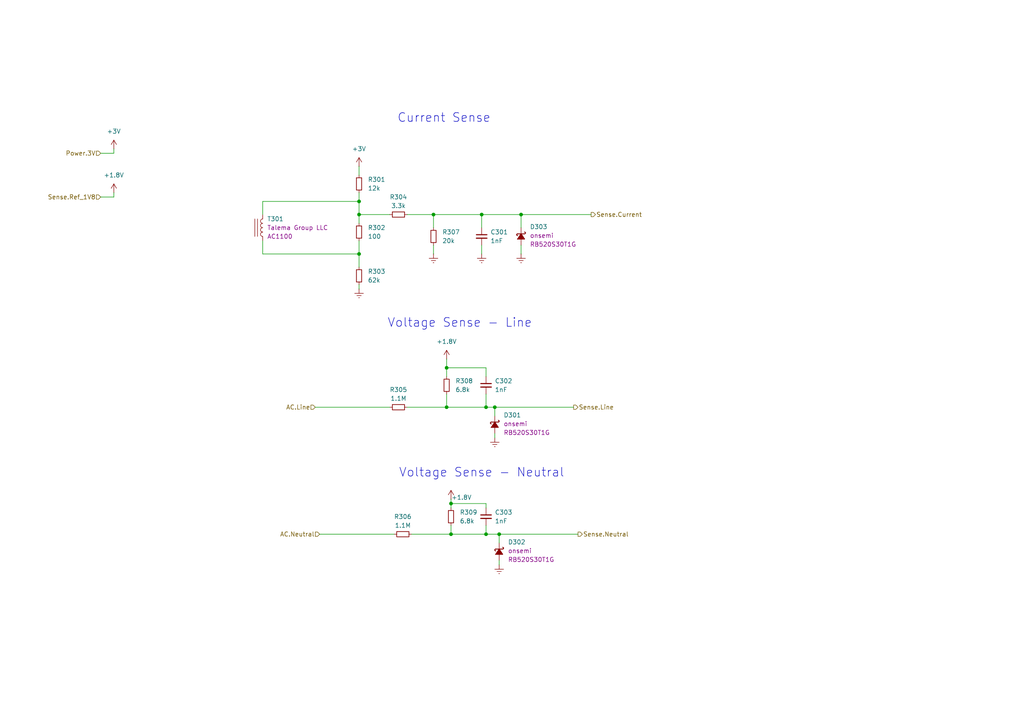
<source format=kicad_sch>
(kicad_sch (version 20231120) (generator "eeschema") (generator_version "8.0")
  (paper "A4")
  (title_block (title "Energy Meter") (date "2024-12-06") (rev "0"))
  (lib_symbols
    (symbol "The_Parts_Library:C0603_1nF_50V_C0G" (pin_numbers hide) (pin_names (offset 0) hide)
      (property "Reference" "C" (at 2.54 2.54 0))
      (property "Value" "1nF" (at 2.54 0 0))
      (symbol "C0603_1nF_50V_C0G_0_1"
        (polyline (pts (xy -1.524 -0.508) (xy 1.524 -0.508)) (stroke (width 0.3302)))
        (polyline (pts (xy -1.524 0.508) (xy 1.524 0.508)) (stroke (width 0.3048)))
      )
      (symbol "C0603_1nF_50V_C0G_1_1"
        (pin passive line (at 0 2.54 270) (length 2.032) (name "~") (number "1"))
        (pin passive line (at 0 -2.54 90) (length 2.032) (name "~") (number "2"))
      )
    )
    (symbol "The_Parts_Library:CT_AC1100" (pin_numbers hide) (pin_names (offset 0) hide)
      (property "Reference" "T" (at 5.08 2.54 0))
      (property "Manufacturer" "Talema Group LLC" (at 5.08 -2.54 0))
      (property "Manufacturer Part Number" "AC1100" (at 5.08 0 0))
      (symbol "CT_AC1100_0_1"
        (arc (start 0 -2.54) (mid 0.6323 -1.905) (end 0 -1.27))
        (arc (start 0 -1.27) (mid 0.6323 -0.635) (end 0 0))
        (polyline (pts (xy 1.524 2.54) (xy 1.524 -2.54)))
        (polyline (pts (xy 2.286 2.54) (xy 2.286 -2.54)))
        (arc (start 0 0) (mid 0.6323 0.635) (end 0 1.27))
        (arc (start 0 1.27) (mid 0.6323 1.905) (end 0 2.54))
      )
      (symbol "CT_AC1100_1_1"
        (pin passive line (at 0 3.81 270) (length 1.27) (name "1") (number "1"))
        (pin passive line (at 0 -3.81 90) (length 1.27) (name "2") (number "2"))
      )
    )
    (symbol "The_Parts_Library:D_RB520S30T1G" (pin_numbers hide) (pin_names (offset 0) hide)
      (property "Reference" "D" (at 2.54 2.54 0))
      (property "Manufacturer" "onsemi" (at 2.54 -2.54 0))
      (property "Manufacturer Part Number" "RB520S30T1G" (at 2.54 0 0))
      (symbol "D_RB520S30T1G_0_1"
        (polyline (pts (xy 1.016 -0.762) (xy -1.016 -0.762)) (stroke (width 0.254)))
        (polyline (pts (xy 1.016 0.762) (xy 0 -0.762) (xy -1.016 0.762) (xy 1.016 0.762)) (stroke (width 0.254)) (fill (type outline)))
      )
      (symbol "D_RB520S30T1G_1_1"
        (arc (start -1.27 -1.016) (mid -1.1956 -1.1956) (end -1.016 -1.27) (stroke (width 0.254)))
        (arc (start -1.016 -0.762) (mid -1.1956 -0.8364) (end -1.27 -1.016) (stroke (width 0.254)))
        (arc (start 1.016 -0.762) (mid 1.1956 -0.6876) (end 1.27 -0.508) (stroke (width 0.254)))
        (arc (start 1.27 -0.508) (mid 1.1956 -0.3284) (end 1.016 -0.254) (stroke (width 0.254)))
        (pin passive line (at 0 -2.54 90) (length 1.778) (name "K") (number "1"))
        (pin passive line (at 0 2.54 270) (length 1.778) (name "A") (number "2"))
      )
    )
    (symbol "The_Parts_Library:R0603_12k" (pin_numbers hide) (pin_names (offset 0.254) hide)
      (property "Reference" "R" (at 1.27 2.54 0))
      (property "Value" "12k" (at 1.27 0 0))
      (symbol "R0603_12k_0_1"
        (rectangle (start -0.762 1.778) (end 0.762 -1.778) (stroke (width 0.2032)))
      )
      (symbol "R0603_12k_1_1"
        (pin passive line (at 0 2.54 270) (length 0.762) (name "~") (number "1"))
        (pin passive line (at 0 -2.54 90) (length 0.762) (name "~") (number "2"))
      )
    )
    (symbol "The_Parts_Library:R0603_20k" (pin_numbers hide) (pin_names (offset 0.254) hide)
      (property "Reference" "R" (at 1.27 2.54 0))
      (property "Value" "20k" (at 1.27 0 0))
      (symbol "R0603_20k_0_1"
        (rectangle (start -0.762 1.778) (end 0.762 -1.778) (stroke (width 0.2032)))
      )
      (symbol "R0603_20k_1_1"
        (pin passive line (at 0 2.54 270) (length 0.762) (name "~") (number "1"))
        (pin passive line (at 0 -2.54 90) (length 0.762) (name "~") (number "2"))
      )
    )
    (symbol "The_Parts_Library:R0603_3.3k" (pin_numbers hide) (pin_names (offset 0.254) hide)
      (property "Reference" "R" (at 1.27 2.54 0))
      (property "Value" "3.3k" (at 1.27 0 0))
      (symbol "R0603_3.3k_0_1"
        (rectangle (start -0.762 1.778) (end 0.762 -1.778) (stroke (width 0.2032)))
      )
      (symbol "R0603_3.3k_1_1"
        (pin passive line (at 0 2.54 270) (length 0.762) (name "~") (number "1"))
        (pin passive line (at 0 -2.54 90) (length 0.762) (name "~") (number "2"))
      )
    )
    (symbol "The_Parts_Library:R0603_6.8k" (pin_numbers hide) (pin_names (offset 0.254) hide)
      (property "Reference" "R" (at 1.27 2.54 0))
      (property "Value" "6.8k" (at 1.27 0 0))
      (symbol "R0603_6.8k_0_1"
        (rectangle (start -0.762 1.778) (end 0.762 -1.778) (stroke (width 0.2032)))
      )
      (symbol "R0603_6.8k_1_1"
        (pin passive line (at 0 2.54 270) (length 0.762) (name "~") (number "1"))
        (pin passive line (at 0 -2.54 90) (length 0.762) (name "~") (number "2"))
      )
    )
    (symbol "The_Parts_Library:R0603_62k" (pin_numbers hide) (pin_names (offset 0.254) hide)
      (property "Reference" "R" (at 1.27 2.54 0))
      (property "Value" "62k" (at 1.27 0 0))
      (symbol "R0603_62k_0_1"
        (rectangle (start -0.762 1.778) (end 0.762 -1.778) (stroke (width 0.2032)))
      )
      (symbol "R0603_62k_1_1"
        (pin passive line (at 0 2.54 270) (length 0.762) (name "~") (number "1"))
        (pin passive line (at 0 -2.54 90) (length 0.762) (name "~") (number "2"))
      )
    )
    (symbol "The_Parts_Library:R1210_100R" (pin_numbers hide) (pin_names (offset 0.254) hide)
      (property "Reference" "R" (at 1.27 2.54 0))
      (property "Value" "100" (at 1.27 0 0))
      (symbol "R1210_100R_0_1"
        (rectangle (start -0.762 1.778) (end 0.762 -1.778) (stroke (width 0.2032)))
      )
      (symbol "R1210_100R_1_1"
        (pin passive line (at 0 2.54 270) (length 0.762) (name "~") (number "1"))
        (pin passive line (at 0 -2.54 90) (length 0.762) (name "~") (number "2"))
      )
    )
    (symbol "The_Parts_Library:R_THD_1.1M" (pin_numbers hide) (pin_names (offset 0.254) hide)
      (property "Reference" "R" (at 1.27 2.54 0))
      (property "Value" "1.1M" (at 1.27 0 0))
      (symbol "R_THD_1.1M_0_1"
        (rectangle (start -0.762 1.778) (end 0.762 -1.778) (stroke (width 0.2032)))
      )
      (symbol "R_THD_1.1M_1_1"
        (pin passive line (at 0 2.54 270) (length 0.762) (name "~") (number "1"))
        (pin passive line (at 0 -2.54 90) (length 0.762) (name "~") (number "2"))
      )
    )
    (symbol "The_Parts_Library:V_+1.8V" (power) (pin_numbers hide) (pin_names hide) (exclude_from_sim yes) (in_bom no) (on_board no)
      (property "Value" "V_+1.8V" (at 0 0 0))
      (symbol "V_+1.8V_0_1"
        (polyline (pts (xy -3.302 1.27) (xy -2.54 2.54)))
        (polyline (pts (xy -2.54 0) (xy -2.54 2.54)))
        (polyline (pts (xy -2.54 2.54) (xy -1.778 1.27)))
      )
      (symbol "V_+1.8V_1_1"
        (pin power_in line (at -2.54 0 90) (length 0) (name "~") (number "1"))
      )
    )
    (symbol "The_Parts_Library:V_+3V" (power) (pin_numbers hide) (pin_names hide) (exclude_from_sim yes) (in_bom no) (on_board no)
      (property "Value" "+3V" (at 0 0 0))
      (symbol "V_+3V_0_1"
        (polyline (pts (xy -3.302 1.27) (xy -2.54 2.54)))
        (polyline (pts (xy -2.54 0) (xy -2.54 2.54)))
        (polyline (pts (xy -2.54 2.54) (xy -1.778 1.27)))
      )
      (symbol "V_+3V_1_1"
        (pin power_in line (at -2.54 0 90) (length 0) (name "~") (number "1"))
      )
    )
    (symbol "The_Parts_Library:V_GND" (power) (pin_numbers hide) (pin_names hide) (exclude_from_sim yes) (in_bom no) (on_board no)
      (symbol "V_GND_0_1"
        (polyline (pts (xy -0.635 -1.905) (xy 0.635 -1.905)))
        (polyline (pts (xy -0.127 -2.54) (xy 0.127 -2.54)))
        (polyline (pts (xy 0 -1.27) (xy 0 0)))
        (polyline (pts (xy 1.27 -1.27) (xy -1.27 -1.27)))
      )
      (symbol "V_GND_1_1"
        (pin power_in line (at 0 0 270) (length 0) (name "~") (number "1"))
      )
    )
  )
  (junction (at 143.51 118.11))
  (junction (at 104.14 62.23))
  (junction (at 129.54 106.68))
  (junction (at 151.13 62.23))
  (junction (at 140.97 154.94))
  (junction (at 139.7 62.23))
  (junction (at 104.14 73.66))
  (junction (at 144.78 154.94))
  (junction (at 104.14 58.42))
  (junction (at 130.81 146.05))
  (junction (at 140.97 118.11))
  (junction (at 129.54 118.11))
  (junction (at 130.81 154.94))
  (junction (at 125.73 62.23))
  (wire (pts (xy 140.97 114.3) (xy 140.97 118.11)))
  (wire (pts (xy 140.97 154.94) (xy 144.78 154.94)))
  (wire (pts (xy 29.21 57.15) (xy 33.02 57.15)))
  (wire (pts (xy 104.14 62.23) (xy 104.14 64.77)))
  (wire (pts (xy 143.51 118.11) (xy 143.51 120.65)))
  (wire (pts (xy 104.14 69.85) (xy 104.14 73.66)))
  (wire (pts (xy 143.51 118.11) (xy 166.37 118.11)))
  (wire (pts (xy 76.2 58.42) (xy 104.14 58.42)))
  (wire (pts (xy 130.81 154.94) (xy 140.97 154.94)))
  (wire (pts (xy 118.11 62.23) (xy 125.73 62.23)))
  (wire (pts (xy 144.78 154.94) (xy 167.64 154.94)))
  (wire (pts (xy 125.73 62.23) (xy 125.73 66.04)))
  (wire (pts (xy 144.78 162.56) (xy 144.78 163.83)))
  (wire (pts (xy 104.14 58.42) (xy 104.14 62.23)))
  (wire (pts (xy 139.7 71.12) (xy 139.7 73.66)))
  (wire (pts (xy 130.81 144.78) (xy 130.81 146.05)))
  (wire (pts (xy 92.71 154.94) (xy 114.3 154.94)))
  (wire (pts (xy 104.14 48.26) (xy 104.14 50.8)))
  (wire (pts (xy 29.21 44.45) (xy 33.02 44.45)))
  (wire (pts (xy 144.78 154.94) (xy 144.78 157.48)))
  (wire (pts (xy 140.97 146.05) (xy 140.97 147.32)))
  (wire (pts (xy 130.81 146.05) (xy 140.97 146.05)))
  (wire (pts (xy 119.38 154.94) (xy 130.81 154.94)))
  (wire (pts (xy 125.73 71.12) (xy 125.73 73.66)))
  (wire (pts (xy 139.7 62.23) (xy 151.13 62.23)))
  (wire (pts (xy 130.81 146.05) (xy 130.81 147.32)))
  (wire (pts (xy 76.2 62.23) (xy 76.2 58.42)))
  (wire (pts (xy 151.13 62.23) (xy 171.45 62.23)))
  (wire (pts (xy 151.13 62.23) (xy 151.13 66.04)))
  (wire (pts (xy 125.73 62.23) (xy 139.7 62.23)))
  (wire (pts (xy 151.13 71.12) (xy 151.13 73.66)))
  (wire (pts (xy 104.14 73.66) (xy 104.14 77.47)))
  (wire (pts (xy 104.14 73.66) (xy 76.2 73.66)))
  (wire (pts (xy 139.7 62.23) (xy 139.7 66.04)))
  (wire (pts (xy 129.54 118.11) (xy 129.54 114.3)))
  (wire (pts (xy 91.44 118.11) (xy 113.03 118.11)))
  (wire (pts (xy 140.97 152.4) (xy 140.97 154.94)))
  (wire (pts (xy 118.11 118.11) (xy 129.54 118.11)))
  (wire (pts (xy 129.54 118.11) (xy 140.97 118.11)))
  (wire (pts (xy 33.02 44.45) (xy 33.02 43.18)))
  (wire (pts (xy 104.14 82.55) (xy 104.14 83.82)))
  (wire (pts (xy 76.2 73.66) (xy 76.2 69.85)))
  (wire (pts (xy 129.54 106.68) (xy 140.97 106.68)))
  (wire (pts (xy 129.54 106.68) (xy 129.54 109.22)))
  (wire (pts (xy 104.14 55.88) (xy 104.14 58.42)))
  (wire (pts (xy 104.14 62.23) (xy 113.03 62.23)))
  (wire (pts (xy 140.97 118.11) (xy 143.51 118.11)))
  (wire (pts (xy 140.97 109.22) (xy 140.97 106.68)))
  (wire (pts (xy 143.51 125.73) (xy 143.51 127)))
  (wire (pts (xy 130.81 152.4) (xy 130.81 154.94)))
  (wire (pts (xy 33.02 57.15) (xy 33.02 55.88)))
  (wire (pts (xy 129.54 104.14) (xy 129.54 106.68)))
  (text "Voltage Sense - Line" (at 133.35 93.726 0) (effects (font (size 2.54 2.54))))
  (text "Current Sense" (at 128.778 34.29 0) (effects (font (size 2.54 2.54))))
  (text "Voltage Sense - Neutral" (at 139.7 137.16 0) (effects (font (size 2.54 2.54))))
  (hierarchical_label "Sense.Current" (shape output) (at 171.45 62.23 0))
  (hierarchical_label "Power.3V" (shape input) (at 29.21 44.45 180))
  (hierarchical_label "Sense.Neutral" (shape output) (at 167.64 154.94 0))
  (hierarchical_label "Sense.Ref_1V8" (shape input) (at 29.21 57.15 180))
  (hierarchical_label "AC.Line" (shape input) (at 91.44 118.11 180))
  (hierarchical_label "Sense.Line" (shape output) (at 166.37 118.11 0))
  (hierarchical_label "AC.Neutral" (shape input) (at 92.71 154.94 180))
  (symbol (lib_id "The_Parts_Library:V_+1.8V") (at 132.08 104.14 0) (unit 1)
    (property "Reference" "#PWR0306" (effects (hide yes)))
    (property "Value" "+1.8V" (at 129.54 99.06 0))
  )
  (symbol (lib_id "The_Parts_Library:R0603_3.3k") (at 115.57 62.23 90) (unit 1)
    (property "Reference" "R304" (at 115.57 57.15 90))
    (property "Value" "3.3k" (at 115.57 59.69 90))
    (property "Footprint" "The_Parts_Library:R_0603" (effects (hide yes)))
    (property "Description" "3.3 kOhms ±1% 0.1W, 1/10W Chip Resistor 0603 (1608 Metric) Moisture Resistant Thick Film" (effects (hide yes)))
    (property "Supplier" "Digikey" (effects (hide yes)))
    (property "Supplier Part Number" "311-3.30KHRTR-ND" (effects (hide yes)))
    (property "Manufacturer" "YAGEO" (effects (hide yes)))
    (property "Manufacturer Part Number" "RC0603FR-073K3L" (effects (hide yes)))
    (property "Sim.Device" "R" (effects (hide yes)))
    (property "Sim.Type" "=" (effects (hide yes)))
    (property "Sim.Params" "r=R_Small" (effects (hide yes)))
    (property "Sim.Pins" "1=+ 2=-" (effects (hide yes)))
  )
  (symbol (lib_id "The_Parts_Library:V_+1.8V") (at 35.56 55.88 0) (unit 1)
    (property "Reference" "#PWR0302" (effects (hide yes)))
    (property "Value" "+1.8V" (at 33.02 50.8 0))
  )
  (symbol (lib_id "The_Parts_Library:V_+3V") (at 35.56 43.18 0) (unit 1)
    (property "Reference" "#PWR0301" (effects (hide yes)))
    (property "Value" "+3V" (at 33.02 38.1 0))
  )
  (symbol (lib_id "The_Parts_Library:V_GND") (at 144.78 163.83 0) (unit 1) (exclude_from_sim yes) (in_bom no) (on_board no)
    (property "Reference" "#PWR0310" (effects (hide yes)))
    (property "Value" "GND" (effects (hide yes)))
  )
  (symbol (lib_id "The_Parts_Library:V_GND") (at 143.51 127 0) (unit 1) (exclude_from_sim yes) (in_bom no) (on_board no)
    (property "Reference" "#PWR0309" (effects (hide yes)))
    (property "Value" "GND" (effects (hide yes)))
  )
  (symbol (lib_id "The_Parts_Library:R_THD_1.1M") (at 115.57 118.11 90) (unit 1)
    (property "Reference" "R305" (at 115.57 113.03 90))
    (property "Value" "1.1M" (at 115.57 115.57 90))
    (property "Footprint" "The_Parts_Library:Yageo_MRF50" (effects (hide yes)))
    (property "Description" "1.1 MOhms ±1% 0.5W, 1/2W Through Hole Resistor Axial Metal Film" (effects (hide yes)))
    (property "Sim.Device" "R" (effects (hide yes)))
    (property "Sim.Type" "=" (effects (hide yes)))
    (property "Sim.Params" "r=R_Small" (effects (hide yes)))
    (property "Sim.Pins" "1=+ 2=-" (effects (hide yes)))
    (property "Manufacturer" "YAGEO" (effects (hide yes)))
    (property "Manufacturer Part Number" "MFR50SFTE52-1M1" (effects (hide yes)))
    (property "Supplier" "Digikey" (effects (hide yes)))
    (property "Supplier Part Number" "13-MFR50SFTE52-1M1CT-ND" (effects (hide yes)))
  )
  (symbol (lib_id "The_Parts_Library:CT_AC1100") (at 76.2 66.04 0) (mirror y) (unit 1)
    (property "Reference" "T301" (at 77.47 63.4999 0) (effects (justify right)))
    (property "Footprint" "The_Parts_Library:Telema_AC1100" (effects (hide yes)))
    (property "Description" "100 A Current Sense Transformer 50/60Hz 21.3Ohm Through Hole" (effects (hide yes)))
    (property "Manufacturer" "Talema Group LLC" (at 77.47 66.0399 0) (effects (justify right)))
    (property "Manufacturer Part Number" "AC1100" (at 77.47 68.5799 0) (effects (justify right)))
    (property "Supplier" "Digikey" (effects (hide yes)))
    (property "Supplier Part Number" "1295-AC1100-ND" (effects (hide yes)))
  )
  (symbol (lib_id "The_Parts_Library:V_GND") (at 139.7 73.66 0) (unit 1) (exclude_from_sim yes) (in_bom no) (on_board no)
    (property "Reference" "#PWR0308" (effects (hide yes)))
    (property "Value" "GND" (effects (hide yes)))
  )
  (symbol (lib_id "The_Parts_Library:R0603_6.8k") (at 129.54 111.76 0) (unit 1)
    (property "Reference" "R308" (at 132.08 110.4899 0) (effects (justify left)))
    (property "Value" "6.8k" (at 132.08 113.0299 0) (effects (justify left)))
    (property "Footprint" "The_Parts_Library:R_0603" (effects (hide yes)))
    (property "Description" "6.8 kOhms ±1% 0.1W, 1/10W Chip Resistor 0603 (1608 Metric) Moisture Resistant Thick Film" (effects (hide yes)))
    (property "Supplier" "Digikey" (effects (hide yes)))
    (property "Supplier Part Number" "311-6.80KHRTR-ND" (effects (hide yes)))
    (property "Manufacturer" "YAGEO" (effects (hide yes)))
    (property "Manufacturer Part Number" "RC0603FR-076K8L" (effects (hide yes)))
    (property "Sim.Device" "R" (effects (hide yes)))
    (property "Sim.Type" "=" (effects (hide yes)))
    (property "Sim.Params" "r=R_Small" (effects (hide yes)))
    (property "Sim.Pins" "1=+ 2=-" (effects (hide yes)))
  )
  (symbol (lib_id "The_Parts_Library:V_GND") (at 125.73 73.66 0) (unit 1) (exclude_from_sim yes) (in_bom no) (on_board no)
    (property "Reference" "#PWR0305" (effects (hide yes)))
    (property "Value" "GND" (effects (hide yes)))
  )
  (symbol (lib_id "The_Parts_Library:C0603_1nF_50V_C0G") (at 139.7 68.58 0) (unit 1)
    (property "Reference" "C301" (at 142.24 67.3162 0) (effects (justify left)))
    (property "Value" "1nF" (at 142.24 69.8562 0) (effects (justify left)))
    (property "Footprint" "The_Parts_Library:C_0603" (effects (hide yes)))
    (property "Description" "1000 pF ±5% 50V Ceramic Capacitor C0G, NP0 0603 (1608 Metric)" (effects (hide yes)))
    (property "Manufacturer" "Murata Electronics" (effects (hide yes)))
    (property "Manufacturer Part Number" "GRM1885C1H102JA01D" (effects (hide yes)))
    (property "Supplier" "Digikey" (effects (hide yes)))
    (property "Supplier Part Number" "490-1451-2-ND" (effects (hide yes)))
  )
  (symbol (lib_id "The_Parts_Library:R0603_62k") (at 104.14 80.01 0) (unit 1)
    (property "Reference" "R303" (at 106.68 78.7399 0) (effects (justify left)))
    (property "Value" "62k" (at 106.68 81.2799 0) (effects (justify left)))
    (property "Footprint" "The_Parts_Library:R_0603" (effects (hide yes)))
    (property "Description" "62 kOhms ±1% 0.1W, 1/10W Chip Resistor 0603 (1608 Metric) Moisture Resistant Thick Film" (effects (hide yes)))
    (property "Supplier" "Digikey" (effects (hide yes)))
    (property "Supplier Part Number" "311-62.0KHRTR-ND" (effects (hide yes)))
    (property "Manufacturer" "YAGEO" (effects (hide yes)))
    (property "Manufacturer Part Number" "RC0603FR-0762KL" (effects (hide yes)))
    (property "Sim.Device" "R" (effects (hide yes)))
    (property "Sim.Type" "=" (effects (hide yes)))
    (property "Sim.Params" "r=R_Small" (effects (hide yes)))
    (property "Sim.Pins" "1=+ 2=-" (effects (hide yes)))
  )
  (symbol (lib_id "The_Parts_Library:R1210_100R") (at 104.14 67.31 0) (unit 1)
    (property "Reference" "R302" (at 106.68 66.0399 0) (effects (justify left)))
    (property "Value" "100" (at 106.68 68.5799 0) (effects (justify left)))
    (property "Footprint" "The_Parts_Library:R_1210" (effects (hide yes)))
    (property "Description" "100 Ohms ±1% 1W Chip Resistor 1210 (3225 Metric) Automotive AEC-Q200, Moisture Resistant Thick Film" (effects (hide yes)))
    (property "Sim.Device" "R" (effects (hide yes)))
    (property "Sim.Type" "=" (effects (hide yes)))
    (property "Sim.Params" "r=R_Small" (effects (hide yes)))
    (property "Sim.Pins" "1=+ 2=-" (effects (hide yes)))
    (property "Manufacturer" "YAGEO" (effects (hide yes)))
    (property "Manufacturer Part Number" "AC1210FR-7W100RL" (effects (hide yes)))
    (property "Supplier" "Digikey" (effects (hide yes)))
    (property "Supplier Part Number" "13-AC1210FR-7W100RLTR-ND" (effects (hide yes)))
  )
  (symbol (lib_id "The_Parts_Library:D_RB520S30T1G") (at 144.78 160.02 180) (unit 1)
    (property "Reference" "D302" (at 147.32 157.2259 0) (effects (justify right)))
    (property "Footprint" "The_Parts_Library:onsemi_SOD523" (effects (hide yes)))
    (property "Description" "Diode 30 V 200mA Surface Mount SOD-523" (effects (hide yes)))
    (property "Manufacturer" "onsemi" (at 147.32 159.7659 0) (effects (justify right)))
    (property "Manufacturer Part Number" "RB520S30T1G" (at 147.32 162.3059 0) (effects (justify right)))
    (property "Supplier" "Digikey" (effects (hide yes)))
    (property "Supplier Part Number" "RB520S30T1GOSTR-ND" (effects (hide yes)))
  )
  (symbol (lib_id "The_Parts_Library:R0603_12k") (at 104.14 53.34 0) (unit 1)
    (property "Reference" "R301" (at 106.68 52.0699 0) (effects (justify left)))
    (property "Value" "12k" (at 106.68 54.6099 0) (effects (justify left)))
    (property "Footprint" "The_Parts_Library:R_0603" (effects (hide yes)))
    (property "Description" "12 kOhms ±1% 0.1W, 1/10W Chip Resistor 0603 (1608 Metric) Moisture Resistant Thick Film" (effects (hide yes)))
    (property "Supplier" "Digikey" (effects (hide yes)))
    (property "Supplier Part Number" "311-12.0KHRTR-ND" (effects (hide yes)))
    (property "Manufacturer" "YAGEO" (effects (hide yes)))
    (property "Manufacturer Part Number" "RC0603FR-0712KL" (effects (hide yes)))
    (property "Sim.Device" "R" (effects (hide yes)))
    (property "Sim.Type" "=" (effects (hide yes)))
    (property "Sim.Params" "r=R_Small" (effects (hide yes)))
    (property "Sim.Pins" "1=+ 2=-" (effects (hide yes)))
  )
  (symbol (lib_id "The_Parts_Library:R0603_20k") (at 125.73 68.58 0) (unit 1)
    (property "Reference" "R307" (at 128.27 67.3099 0) (effects (justify left)))
    (property "Value" "20k" (at 128.27 69.8499 0) (effects (justify left)))
    (property "Footprint" "The_Parts_Library:R_0603" (effects (hide yes)))
    (property "Description" "~20 kOhms ±1% 0.1W, 1/10W Chip Resistor 0603 (1608 Metric) Moisture Resistant Thick Film" (effects (hide yes)))
    (property "Supplier" "Digikey" (effects (hide yes)))
    (property "Supplier Part Number" "311-20.0KHRTR-ND" (effects (hide yes)))
    (property "Manufacturer" "YAGEO" (effects (hide yes)))
    (property "Manufacturer Part Number" "RC0603FR-0720KL" (effects (hide yes)))
    (property "Sim.Device" "R" (effects (hide yes)))
    (property "Sim.Type" "=" (effects (hide yes)))
    (property "Sim.Params" "r=R_Small" (effects (hide yes)))
    (property "Sim.Pins" "1=+ 2=-" (effects (hide yes)))
  )
  (symbol (lib_id "The_Parts_Library:D_RB520S30T1G") (at 143.51 123.19 180) (unit 1)
    (property "Reference" "D301" (at 146.05 120.3959 0) (effects (justify right)))
    (property "Footprint" "The_Parts_Library:onsemi_SOD523" (effects (hide yes)))
    (property "Description" "Diode 30 V 200mA Surface Mount SOD-523" (effects (hide yes)))
    (property "Manufacturer" "onsemi" (at 146.05 122.9359 0) (effects (justify right)))
    (property "Manufacturer Part Number" "RB520S30T1G" (at 146.05 125.4759 0) (effects (justify right)))
    (property "Supplier" "Digikey" (effects (hide yes)))
    (property "Supplier Part Number" "RB520S30T1GOSTR-ND" (effects (hide yes)))
  )
  (symbol (lib_id "The_Parts_Library:C0603_1nF_50V_C0G") (at 140.97 149.86 0) (unit 1)
    (property "Reference" "C303" (at 143.51 148.5962 0) (effects (justify left)))
    (property "Value" "1nF" (at 143.51 151.1362 0) (effects (justify left)))
    (property "Footprint" "The_Parts_Library:C_0603" (effects (hide yes)))
    (property "Description" "1000 pF ±5% 50V Ceramic Capacitor C0G, NP0 0603 (1608 Metric)" (effects (hide yes)))
    (property "Manufacturer" "Murata Electronics" (effects (hide yes)))
    (property "Manufacturer Part Number" "GRM1885C1H102JA01D" (effects (hide yes)))
    (property "Supplier" "Digikey" (effects (hide yes)))
    (property "Supplier Part Number" "490-1451-2-ND" (effects (hide yes)))
  )
  (symbol (lib_id "The_Parts_Library:V_+1.8V") (at 133.35 144.78 0) (unit 1)
    (property "Reference" "#PWR0307" (effects (hide yes)))
    (property "Value" "+1.8V" (at 133.858 144.272 0))
  )
  (symbol (lib_id "The_Parts_Library:C0603_1nF_50V_C0G") (at 140.97 111.76 0) (unit 1)
    (property "Reference" "C302" (at 143.51 110.4962 0) (effects (justify left)))
    (property "Value" "1nF" (at 143.51 113.0362 0) (effects (justify left)))
    (property "Footprint" "The_Parts_Library:C_0603" (effects (hide yes)))
    (property "Description" "1000 pF ±5% 50V Ceramic Capacitor C0G, NP0 0603 (1608 Metric)" (effects (hide yes)))
    (property "Manufacturer" "Murata Electronics" (effects (hide yes)))
    (property "Manufacturer Part Number" "GRM1885C1H102JA01D" (effects (hide yes)))
    (property "Supplier" "Digikey" (effects (hide yes)))
    (property "Supplier Part Number" "490-1451-2-ND" (effects (hide yes)))
  )
  (symbol (lib_id "The_Parts_Library:R_THD_1.1M") (at 116.84 154.94 90) (unit 1)
    (property "Reference" "R306" (at 116.84 149.86 90))
    (property "Value" "1.1M" (at 116.84 152.4 90))
    (property "Footprint" "The_Parts_Library:Yageo_MRF50" (effects (hide yes)))
    (property "Description" "1.1 MOhms ±1% 0.5W, 1/2W Through Hole Resistor Axial Metal Film" (effects (hide yes)))
    (property "Sim.Device" "R" (effects (hide yes)))
    (property "Sim.Type" "=" (effects (hide yes)))
    (property "Sim.Params" "r=R_Small" (effects (hide yes)))
    (property "Sim.Pins" "1=+ 2=-" (effects (hide yes)))
    (property "Manufacturer" "YAGEO" (effects (hide yes)))
    (property "Manufacturer Part Number" "MFR50SFTE52-1M1" (effects (hide yes)))
    (property "Supplier" "Digikey" (effects (hide yes)))
    (property "Supplier Part Number" "13-MFR50SFTE52-1M1CT-ND" (effects (hide yes)))
  )
  (symbol (lib_id "The_Parts_Library:V_GND") (at 151.13 73.66 0) (unit 1) (exclude_from_sim yes) (in_bom no) (on_board no)
    (property "Reference" "#PWR0311" (effects (hide yes)))
    (property "Value" "GND" (effects (hide yes)))
  )
  (symbol (lib_id "The_Parts_Library:R0603_6.8k") (at 130.81 149.86 0) (unit 1)
    (property "Reference" "R309" (at 133.35 148.5899 0) (effects (justify left)))
    (property "Value" "6.8k" (at 133.35 151.1299 0) (effects (justify left)))
    (property "Footprint" "The_Parts_Library:R_0603" (effects (hide yes)))
    (property "Description" "6.8 kOhms ±1% 0.1W, 1/10W Chip Resistor 0603 (1608 Metric) Moisture Resistant Thick Film" (effects (hide yes)))
    (property "Supplier" "Digikey" (effects (hide yes)))
    (property "Supplier Part Number" "311-6.80KHRTR-ND" (effects (hide yes)))
    (property "Manufacturer" "YAGEO" (effects (hide yes)))
    (property "Manufacturer Part Number" "RC0603FR-076K8L" (effects (hide yes)))
    (property "Sim.Device" "R" (effects (hide yes)))
    (property "Sim.Type" "=" (effects (hide yes)))
    (property "Sim.Params" "r=R_Small" (effects (hide yes)))
    (property "Sim.Pins" "1=+ 2=-" (effects (hide yes)))
  )
  (symbol (lib_id "The_Parts_Library:D_RB520S30T1G") (at 151.13 68.58 180) (unit 1)
    (property "Reference" "D303" (at 153.67 65.7859 0) (effects (justify right)))
    (property "Footprint" "The_Parts_Library:onsemi_SOD523" (effects (hide yes)))
    (property "Description" "Diode 30 V 200mA Surface Mount SOD-523" (effects (hide yes)))
    (property "Manufacturer" "onsemi" (at 153.67 68.3259 0) (effects (justify right)))
    (property "Manufacturer Part Number" "RB520S30T1G" (at 153.67 70.8659 0) (effects (justify right)))
    (property "Supplier" "Digikey" (effects (hide yes)))
    (property "Supplier Part Number" "RB520S30T1GOSTR-ND" (effects (hide yes)))
  )
  (symbol (lib_id "The_Parts_Library:V_GND") (at 104.14 83.82 0) (unit 1) (exclude_from_sim yes) (in_bom no) (on_board no)
    (property "Reference" "#PWR0303" (effects (hide yes)))
    (property "Value" "GND" (effects (hide yes)))
  )
  (symbol (lib_id "The_Parts_Library:V_+3V") (at 106.68 48.26 0) (unit 1)
    (property "Reference" "#PWR0304" (effects (hide yes)))
    (property "Value" "+3V" (at 104.14 43.18 0))
  )
)
</source>
